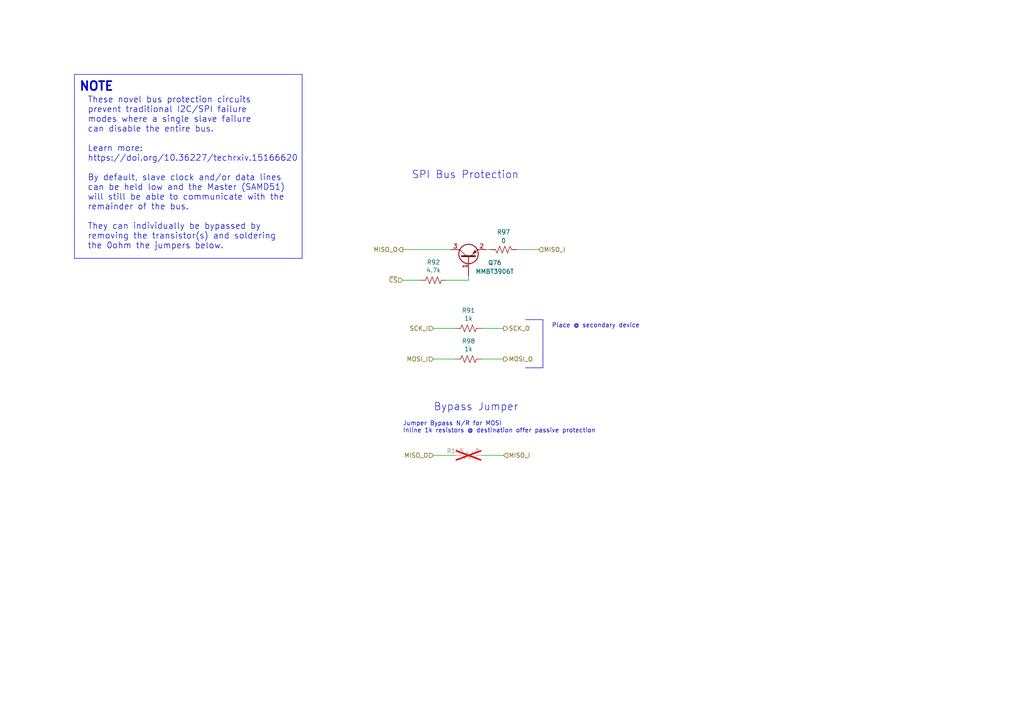
<source format=kicad_sch>
(kicad_sch (version 20230121) (generator eeschema)
  (paper "A4")
  (lib_symbols
    (symbol "Device:Q_PNP_BEC" (pin_names (offset 0) hide)
      (property "Reference" "Q" (at 5.08 1.27 0))
      (property "Value" "Q_PNP_BEC" (at 5.08 -1.27 0))
      (symbol "Q_PNP_BEC_0_1"
        (polyline (pts (xy 0.635 0.635) (xy 2.54 2.54)))
        (polyline (pts (xy 0.635 -0.635) (xy 2.54 -2.54) (xy 2.54 -2.54)))
        (polyline (pts (xy 0.635 1.905) (xy 0.635 -1.905) (xy 0.635 -1.905)) (stroke (width 0.508)))
        (polyline (pts (xy 2.286 -1.778) (xy 1.778 -2.286) (xy 1.27 -1.27) (xy 2.286 -1.778) (xy 2.286 -1.778)) (fill (type outline)))
        (circle (center 1.27 0) (radius 2.8194) (stroke (width 0.254)))
      )
      (symbol "Q_PNP_BEC_1_1"
        (pin input line (at -5.08 0 0) (length 5.715) (name "B") (number "1"))
        (pin passive line (at 2.54 -5.08 90) (length 2.54) (name "E") (number "2"))
        (pin passive line (at 2.54 5.08 270) (length 2.54) (name "C") (number "3"))
      )
    )
    (symbol "Device:R_US" (pin_numbers hide) (pin_names (offset 0))
      (property "Reference" "R" (at 2.54 0 90))
      (property "Value" "R_US" (at -2.54 0 90))
      (symbol "R_US_0_1"
        (polyline (pts (xy 0 -2.286) (xy 0 -2.54)))
        (polyline (pts (xy 0 2.286) (xy 0 2.54)))
        (polyline (pts (xy 0 -0.762) (xy 1.016 -1.143) (xy 0 -1.524) (xy -1.016 -1.905) (xy 0 -2.286)))
        (polyline (pts (xy 0 0.762) (xy 1.016 0.381) (xy 0 0) (xy -1.016 -0.381) (xy 0 -0.762)))
        (polyline (pts (xy 0 2.286) (xy 1.016 1.905) (xy 0 1.524) (xy -1.016 1.143) (xy 0 0.762)))
      )
      (symbol "R_US_1_1"
        (pin passive line (at 0 3.81 270) (length 1.27) (name "~") (number "1"))
        (pin passive line (at 0 -3.81 90) (length 1.27) (name "~") (number "2"))
      )
    )
  )
  (polyline (pts (xy 21.59 21.59) (xy 21.59 74.93)))
  (wire (pts (xy 135.89 81.28) (xy 135.89 80.01)))
  (wire (pts (xy 156.21 72.39) (xy 149.86 72.39)))
  (wire (pts (xy 129.54 81.28) (xy 135.89 81.28)))
  (wire (pts (xy 130.81 72.39) (xy 116.84 72.39)))
  (wire (pts (xy 125.73 132.08) (xy 132.08 132.08)))
  (wire (pts (xy 142.24 72.39) (xy 140.97 72.39)))
  (wire (pts (xy 125.73 95.25) (xy 132.08 95.25)))
  (polyline (pts (xy 157.48 92.71) (xy 157.48 106.68)))
  (wire (pts (xy 146.05 104.14) (xy 139.7 104.14)))
  (polyline (pts (xy 87.63 74.93) (xy 87.63 21.59)))
  (polyline (pts (xy 152.4 92.71) (xy 157.48 92.71)))
  (polyline (pts (xy 21.59 74.93) (xy 87.63 74.93)))
  (wire (pts (xy 146.05 132.08) (xy 139.7 132.08)))
  (polyline (pts (xy 87.63 21.59) (xy 21.59 21.59)))
  (polyline (pts (xy 152.4 106.68) (xy 157.48 106.68)))
  (wire (pts (xy 125.73 104.14) (xy 132.08 104.14)))
  (wire (pts (xy 116.84 81.28) (xy 121.92 81.28)))
  (wire (pts (xy 146.05 95.25) (xy 139.7 95.25)))
  (text "Bypass Jumper" (at 125.73 119.38 0) (effects (font (size 2.159 2.159)) (justify left bottom)))
  (text "Place @ secondary device" (at 160.02 95.25 0) (effects (font (size 1.27 1.27)) (justify left bottom)))
  (text "Jumper Bypass N/R for MOSI\nInline 1k resistors @ destination offer passive protection" (at 116.84 125.73 0) (effects (font (size 1.27 1.27)) (justify left bottom)))
  (text "SPI Bus Protection" (at 119.38 52.07 0) (effects (font (size 2.159 2.159)) (justify left bottom)))
  (text "NOTE" (at 22.86 26.67 0) (effects (font (size 2.54 2.54) (thickness 0.508) bold) (justify left bottom)))
  (text "These novel bus protection circuits\nprevent traditional I2C/SPI failure \nmodes where a single slave failure\ncan disable the entire bus.\n\nLearn more: \nhttps://doi.org/10.36227/techrxiv.15166620\n\nBy default, slave clock and/or data lines \ncan be held low and the Master (SAMD51) \nwill still be able to communicate with the \nremainder of the bus.\n\nThey can individually be bypassed by \nremoving the transistor(s) and soldering\nthe 0ohm the jumpers below." (at 25.4 72.39 0) (effects (font (size 1.7526 1.7526)) (justify left bottom)))
  (hierarchical_label "SCK_I" (shape input) (at 125.73 95.25 180))
  (hierarchical_label "MISO_I" (shape input) (at 146.05 132.08 0))
  (hierarchical_label "MISO_I" (shape input) (at 156.21 72.39 0))
  (hierarchical_label "MISO_O" (shape input) (at 125.73 132.08 180))
  (hierarchical_label "SCK_O" (shape output) (at 146.05 95.25 0))
  (hierarchical_label "MOSI_I" (shape input) (at 125.73 104.14 180))
  (hierarchical_label "MOSI_O" (shape output) (at 146.05 104.14 0))
  (hierarchical_label "MISO_O" (shape output) (at 116.84 72.39 180))
  (hierarchical_label "~{CS}" (shape input) (at 116.84 81.28 180))
  (symbol (lib_id "Device:R_US") (at 135.89 132.08 270) (unit 1) (dnp yes)
    (property "Reference" "R145" (at 132.08 130.81 90))
    (property "Value" "0" (at 138.43 130.81 90))
    (property "Footprint" "Resistor_SMD:R_0603_1608Metric" (effects hide))
    (instances (project "mainboard" (path "" (reference "R145") (unit 1)) (path "" (reference "R219") (unit 1)) (path "" (reference "R174") (unit 1)) (path "" (reference "R179") (unit 1)) (path "" (reference "R214") (unit 1))))
  )
  (symbol (lib_id "Device:Q_PNP_BEC") (at 135.89 74.93 90) (unit 1)
    (property "Reference" "Q76" (at 143.51 76.2 90))
    (property "Value" "MMBT3906T" (at 143.51 78.74 90))
    (property "Footprint" "Package_TO_SOT_SMD:SOT-523" (effects hide))
    (property "Datasheet" "https://www.diodes.com/assets/Datasheets/ds30271.pdf" (effects hide))
    (property "Mfr. Part No" "MMBT3906T-7-F" (effects hide))
    (instances (project "mainboard" (path "" (reference "Q76") (unit 1)) (path "" (reference "Q38") (unit 1)) (path "" (reference "Q39") (unit 1)) (path "" (reference "Q48") (unit 1)) (path "" (reference "Q49") (unit 1))))
  )
  (symbol (lib_id "Device:R_US") (at 125.73 81.28 270) (unit 1)
    (property "Reference" "R92" (at 125.73 76.073 90))
    (property "Value" "4.7k" (at 125.73 78.3844 90))
    (property "Footprint" "Resistor_SMD:R_0402_1005Metric" (effects hide))
    (instances (project "mainboard" (path "" (reference "R92") (unit 1)) (path "" (reference "R216") (unit 1)) (path "" (reference "R171") (unit 1)) (path "" (reference "R176") (unit 1)) (path "" (reference "R211") (unit 1))))
  )
  (symbol (lib_id "Device:R_US") (at 135.89 104.14 270) (unit 1)
    (property "Reference" "R98" (at 135.89 98.933 90))
    (property "Value" "1k" (at 135.89 101.2444 90))
    (property "Footprint" "Resistor_SMD:R_0402_1005Metric" (effects hide))
    (instances (project "mainboard" (path "" (reference "R98") (unit 1)) (path "" (reference "R218") (unit 1)) (path "" (reference "R173") (unit 1)) (path "" (reference "R178") (unit 1)) (path "" (reference "R213") (unit 1))))
  )
  (symbol (lib_id "Device:R_US") (at 146.05 72.39 90) (mirror x) (unit 1)
    (property "Reference" "R97" (at 146.05 67.31 90))
    (property "Value" "0" (at 146.05 69.85 90))
    (property "Footprint" "Resistor_SMD:R_0603_1608Metric" (effects hide))
    (instances (project "mainboard" (path "" (reference "R97") (unit 1)) (path "" (reference "R215") (unit 1)) (path "" (reference "R170") (unit 1)) (path "" (reference "R175") (unit 1)) (path "" (reference "R210") (unit 1))))
  )
  (symbol (lib_id "Device:R_US") (at 135.89 95.25 270) (unit 1)
    (property "Reference" "R91" (at 135.89 90.043 90))
    (property "Value" "1k" (at 135.89 92.3544 90))
    (property "Footprint" "Resistor_SMD:R_0402_1005Metric" (effects hide))
    (instances (project "mainboard" (path "" (reference "R91") (unit 1)) (path "" (reference "R217") (unit 1)) (path "" (reference "R172") (unit 1)) (path "" (reference "R177") (unit 1)) (path "" (reference "R212") (unit 1))))
  )
)
</source>
